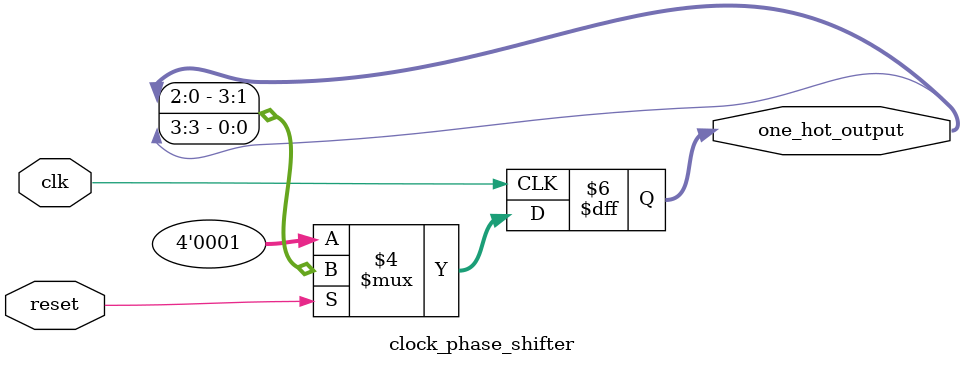
<source format=sv>
/*
Author: Eoin O'Connell
Email: eoconnell@hmc.edu
Date: Sep. 14, 2025
Module Function: This module takes a clock and outputs a NUM_BITS bit one hot output that increments the one hot signal each clock cycle.
Parameter: NUM_BITS
Ex: 0001 -> 0010 -> 0100 -> 1000 -> 0001
*/

module clock_phase_shifter #(
    parameter integer NUM_BITS = 4  // width of the one-hot output
)(
    input  logic                clk,
    input  logic                reset,     // active-low synchronous reset
    output logic  [NUM_BITS-1:0] one_hot_output
);

    always @(posedge clk) begin
        if (reset == 0) begin
            one_hot_output <= {{(NUM_BITS-1){1'b0}}, 1'b1}; // start at LSB = 1
        end else begin
            // Rotate left
            one_hot_output <= {one_hot_output[NUM_BITS-2:0], one_hot_output[NUM_BITS-1]};
        end
    end
    
endmodule
</source>
